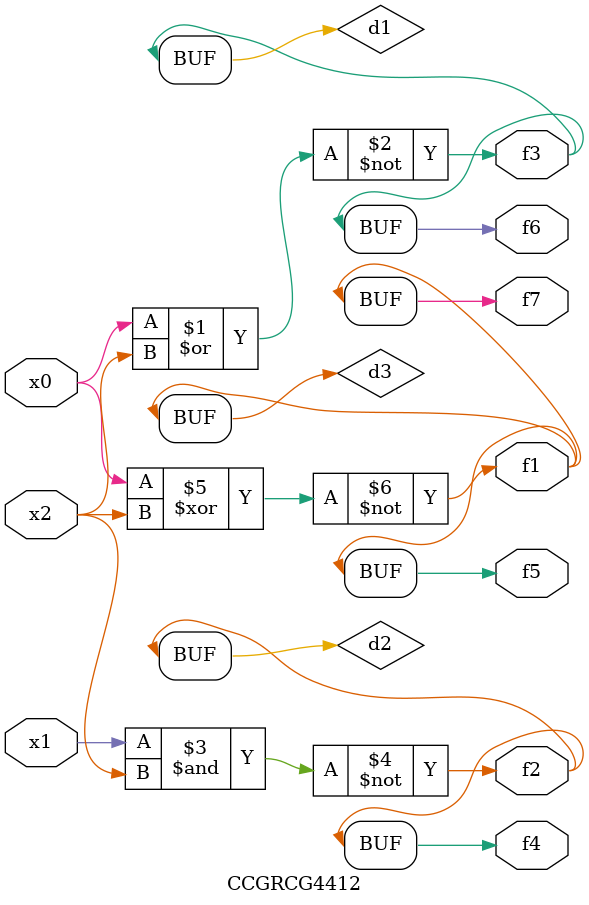
<source format=v>
module CCGRCG4412(
	input x0, x1, x2,
	output f1, f2, f3, f4, f5, f6, f7
);

	wire d1, d2, d3;

	nor (d1, x0, x2);
	nand (d2, x1, x2);
	xnor (d3, x0, x2);
	assign f1 = d3;
	assign f2 = d2;
	assign f3 = d1;
	assign f4 = d2;
	assign f5 = d3;
	assign f6 = d1;
	assign f7 = d3;
endmodule

</source>
